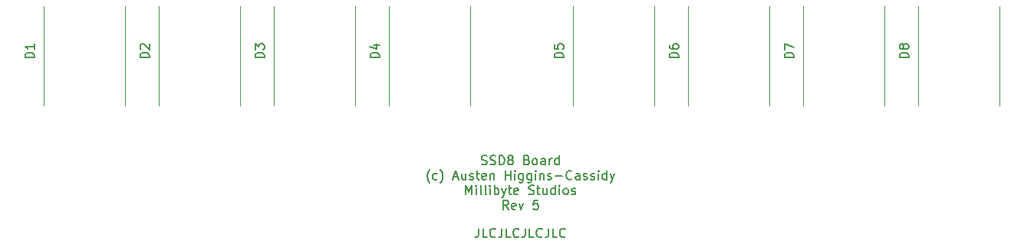
<source format=gbr>
%TF.GenerationSoftware,KiCad,Pcbnew,(5.1.8)-1*%
%TF.CreationDate,2021-01-26T11:35:07-05:00*%
%TF.ProjectId,SSD8_Row,53534438-5f52-46f7-972e-6b696361645f,rev?*%
%TF.SameCoordinates,Original*%
%TF.FileFunction,Legend,Top*%
%TF.FilePolarity,Positive*%
%FSLAX46Y46*%
G04 Gerber Fmt 4.6, Leading zero omitted, Abs format (unit mm)*
G04 Created by KiCad (PCBNEW (5.1.8)-1) date 2021-01-26 11:35:07*
%MOMM*%
%LPD*%
G01*
G04 APERTURE LIST*
%ADD10C,0.150000*%
%ADD11C,0.120000*%
G04 APERTURE END LIST*
D10*
X74120952Y-42632380D02*
X74120952Y-43346666D01*
X74073333Y-43489523D01*
X73978095Y-43584761D01*
X73835238Y-43632380D01*
X73740000Y-43632380D01*
X75073333Y-43632380D02*
X74597142Y-43632380D01*
X74597142Y-42632380D01*
X75978095Y-43537142D02*
X75930476Y-43584761D01*
X75787619Y-43632380D01*
X75692380Y-43632380D01*
X75549523Y-43584761D01*
X75454285Y-43489523D01*
X75406666Y-43394285D01*
X75359047Y-43203809D01*
X75359047Y-43060952D01*
X75406666Y-42870476D01*
X75454285Y-42775238D01*
X75549523Y-42680000D01*
X75692380Y-42632380D01*
X75787619Y-42632380D01*
X75930476Y-42680000D01*
X75978095Y-42727619D01*
X76692380Y-42632380D02*
X76692380Y-43346666D01*
X76644761Y-43489523D01*
X76549523Y-43584761D01*
X76406666Y-43632380D01*
X76311428Y-43632380D01*
X77644761Y-43632380D02*
X77168571Y-43632380D01*
X77168571Y-42632380D01*
X78549523Y-43537142D02*
X78501904Y-43584761D01*
X78359047Y-43632380D01*
X78263809Y-43632380D01*
X78120952Y-43584761D01*
X78025714Y-43489523D01*
X77978095Y-43394285D01*
X77930476Y-43203809D01*
X77930476Y-43060952D01*
X77978095Y-42870476D01*
X78025714Y-42775238D01*
X78120952Y-42680000D01*
X78263809Y-42632380D01*
X78359047Y-42632380D01*
X78501904Y-42680000D01*
X78549523Y-42727619D01*
X79263809Y-42632380D02*
X79263809Y-43346666D01*
X79216190Y-43489523D01*
X79120952Y-43584761D01*
X78978095Y-43632380D01*
X78882857Y-43632380D01*
X80216190Y-43632380D02*
X79740000Y-43632380D01*
X79740000Y-42632380D01*
X81120952Y-43537142D02*
X81073333Y-43584761D01*
X80930476Y-43632380D01*
X80835238Y-43632380D01*
X80692380Y-43584761D01*
X80597142Y-43489523D01*
X80549523Y-43394285D01*
X80501904Y-43203809D01*
X80501904Y-43060952D01*
X80549523Y-42870476D01*
X80597142Y-42775238D01*
X80692380Y-42680000D01*
X80835238Y-42632380D01*
X80930476Y-42632380D01*
X81073333Y-42680000D01*
X81120952Y-42727619D01*
X81835238Y-42632380D02*
X81835238Y-43346666D01*
X81787619Y-43489523D01*
X81692380Y-43584761D01*
X81549523Y-43632380D01*
X81454285Y-43632380D01*
X82787619Y-43632380D02*
X82311428Y-43632380D01*
X82311428Y-42632380D01*
X83692380Y-43537142D02*
X83644761Y-43584761D01*
X83501904Y-43632380D01*
X83406666Y-43632380D01*
X83263809Y-43584761D01*
X83168571Y-43489523D01*
X83120952Y-43394285D01*
X83073333Y-43203809D01*
X83073333Y-43060952D01*
X83120952Y-42870476D01*
X83168571Y-42775238D01*
X83263809Y-42680000D01*
X83406666Y-42632380D01*
X83501904Y-42632380D01*
X83644761Y-42680000D01*
X83692380Y-42727619D01*
X74454285Y-35521761D02*
X74597142Y-35569380D01*
X74835238Y-35569380D01*
X74930476Y-35521761D01*
X74978095Y-35474142D01*
X75025714Y-35378904D01*
X75025714Y-35283666D01*
X74978095Y-35188428D01*
X74930476Y-35140809D01*
X74835238Y-35093190D01*
X74644761Y-35045571D01*
X74549523Y-34997952D01*
X74501904Y-34950333D01*
X74454285Y-34855095D01*
X74454285Y-34759857D01*
X74501904Y-34664619D01*
X74549523Y-34617000D01*
X74644761Y-34569380D01*
X74882857Y-34569380D01*
X75025714Y-34617000D01*
X75406666Y-35521761D02*
X75549523Y-35569380D01*
X75787619Y-35569380D01*
X75882857Y-35521761D01*
X75930476Y-35474142D01*
X75978095Y-35378904D01*
X75978095Y-35283666D01*
X75930476Y-35188428D01*
X75882857Y-35140809D01*
X75787619Y-35093190D01*
X75597142Y-35045571D01*
X75501904Y-34997952D01*
X75454285Y-34950333D01*
X75406666Y-34855095D01*
X75406666Y-34759857D01*
X75454285Y-34664619D01*
X75501904Y-34617000D01*
X75597142Y-34569380D01*
X75835238Y-34569380D01*
X75978095Y-34617000D01*
X76406666Y-35569380D02*
X76406666Y-34569380D01*
X76644761Y-34569380D01*
X76787619Y-34617000D01*
X76882857Y-34712238D01*
X76930476Y-34807476D01*
X76978095Y-34997952D01*
X76978095Y-35140809D01*
X76930476Y-35331285D01*
X76882857Y-35426523D01*
X76787619Y-35521761D01*
X76644761Y-35569380D01*
X76406666Y-35569380D01*
X77549523Y-34997952D02*
X77454285Y-34950333D01*
X77406666Y-34902714D01*
X77359047Y-34807476D01*
X77359047Y-34759857D01*
X77406666Y-34664619D01*
X77454285Y-34617000D01*
X77549523Y-34569380D01*
X77740000Y-34569380D01*
X77835238Y-34617000D01*
X77882857Y-34664619D01*
X77930476Y-34759857D01*
X77930476Y-34807476D01*
X77882857Y-34902714D01*
X77835238Y-34950333D01*
X77740000Y-34997952D01*
X77549523Y-34997952D01*
X77454285Y-35045571D01*
X77406666Y-35093190D01*
X77359047Y-35188428D01*
X77359047Y-35378904D01*
X77406666Y-35474142D01*
X77454285Y-35521761D01*
X77549523Y-35569380D01*
X77740000Y-35569380D01*
X77835238Y-35521761D01*
X77882857Y-35474142D01*
X77930476Y-35378904D01*
X77930476Y-35188428D01*
X77882857Y-35093190D01*
X77835238Y-35045571D01*
X77740000Y-34997952D01*
X79454285Y-35045571D02*
X79597142Y-35093190D01*
X79644761Y-35140809D01*
X79692380Y-35236047D01*
X79692380Y-35378904D01*
X79644761Y-35474142D01*
X79597142Y-35521761D01*
X79501904Y-35569380D01*
X79120952Y-35569380D01*
X79120952Y-34569380D01*
X79454285Y-34569380D01*
X79549523Y-34617000D01*
X79597142Y-34664619D01*
X79644761Y-34759857D01*
X79644761Y-34855095D01*
X79597142Y-34950333D01*
X79549523Y-34997952D01*
X79454285Y-35045571D01*
X79120952Y-35045571D01*
X80263809Y-35569380D02*
X80168571Y-35521761D01*
X80120952Y-35474142D01*
X80073333Y-35378904D01*
X80073333Y-35093190D01*
X80120952Y-34997952D01*
X80168571Y-34950333D01*
X80263809Y-34902714D01*
X80406666Y-34902714D01*
X80501904Y-34950333D01*
X80549523Y-34997952D01*
X80597142Y-35093190D01*
X80597142Y-35378904D01*
X80549523Y-35474142D01*
X80501904Y-35521761D01*
X80406666Y-35569380D01*
X80263809Y-35569380D01*
X81454285Y-35569380D02*
X81454285Y-35045571D01*
X81406666Y-34950333D01*
X81311428Y-34902714D01*
X81120952Y-34902714D01*
X81025714Y-34950333D01*
X81454285Y-35521761D02*
X81359047Y-35569380D01*
X81120952Y-35569380D01*
X81025714Y-35521761D01*
X80978095Y-35426523D01*
X80978095Y-35331285D01*
X81025714Y-35236047D01*
X81120952Y-35188428D01*
X81359047Y-35188428D01*
X81454285Y-35140809D01*
X81930476Y-35569380D02*
X81930476Y-34902714D01*
X81930476Y-35093190D02*
X81978095Y-34997952D01*
X82025714Y-34950333D01*
X82120952Y-34902714D01*
X82216190Y-34902714D01*
X82978095Y-35569380D02*
X82978095Y-34569380D01*
X82978095Y-35521761D02*
X82882857Y-35569380D01*
X82692380Y-35569380D01*
X82597142Y-35521761D01*
X82549523Y-35474142D01*
X82501904Y-35378904D01*
X82501904Y-35093190D01*
X82549523Y-34997952D01*
X82597142Y-34950333D01*
X82692380Y-34902714D01*
X82882857Y-34902714D01*
X82978095Y-34950333D01*
X68740000Y-37600333D02*
X68692380Y-37552714D01*
X68597142Y-37409857D01*
X68549523Y-37314619D01*
X68501904Y-37171761D01*
X68454285Y-36933666D01*
X68454285Y-36743190D01*
X68501904Y-36505095D01*
X68549523Y-36362238D01*
X68597142Y-36267000D01*
X68692380Y-36124142D01*
X68740000Y-36076523D01*
X69549523Y-37171761D02*
X69454285Y-37219380D01*
X69263809Y-37219380D01*
X69168571Y-37171761D01*
X69120952Y-37124142D01*
X69073333Y-37028904D01*
X69073333Y-36743190D01*
X69120952Y-36647952D01*
X69168571Y-36600333D01*
X69263809Y-36552714D01*
X69454285Y-36552714D01*
X69549523Y-36600333D01*
X69882857Y-37600333D02*
X69930476Y-37552714D01*
X70025714Y-37409857D01*
X70073333Y-37314619D01*
X70120952Y-37171761D01*
X70168571Y-36933666D01*
X70168571Y-36743190D01*
X70120952Y-36505095D01*
X70073333Y-36362238D01*
X70025714Y-36267000D01*
X69930476Y-36124142D01*
X69882857Y-36076523D01*
X71359047Y-36933666D02*
X71835238Y-36933666D01*
X71263809Y-37219380D02*
X71597142Y-36219380D01*
X71930476Y-37219380D01*
X72692380Y-36552714D02*
X72692380Y-37219380D01*
X72263809Y-36552714D02*
X72263809Y-37076523D01*
X72311428Y-37171761D01*
X72406666Y-37219380D01*
X72549523Y-37219380D01*
X72644761Y-37171761D01*
X72692380Y-37124142D01*
X73120952Y-37171761D02*
X73216190Y-37219380D01*
X73406666Y-37219380D01*
X73501904Y-37171761D01*
X73549523Y-37076523D01*
X73549523Y-37028904D01*
X73501904Y-36933666D01*
X73406666Y-36886047D01*
X73263809Y-36886047D01*
X73168571Y-36838428D01*
X73120952Y-36743190D01*
X73120952Y-36695571D01*
X73168571Y-36600333D01*
X73263809Y-36552714D01*
X73406666Y-36552714D01*
X73501904Y-36600333D01*
X73835238Y-36552714D02*
X74216190Y-36552714D01*
X73978095Y-36219380D02*
X73978095Y-37076523D01*
X74025714Y-37171761D01*
X74120952Y-37219380D01*
X74216190Y-37219380D01*
X74930476Y-37171761D02*
X74835238Y-37219380D01*
X74644761Y-37219380D01*
X74549523Y-37171761D01*
X74501904Y-37076523D01*
X74501904Y-36695571D01*
X74549523Y-36600333D01*
X74644761Y-36552714D01*
X74835238Y-36552714D01*
X74930476Y-36600333D01*
X74978095Y-36695571D01*
X74978095Y-36790809D01*
X74501904Y-36886047D01*
X75406666Y-36552714D02*
X75406666Y-37219380D01*
X75406666Y-36647952D02*
X75454285Y-36600333D01*
X75549523Y-36552714D01*
X75692380Y-36552714D01*
X75787619Y-36600333D01*
X75835238Y-36695571D01*
X75835238Y-37219380D01*
X77073333Y-37219380D02*
X77073333Y-36219380D01*
X77073333Y-36695571D02*
X77644761Y-36695571D01*
X77644761Y-37219380D02*
X77644761Y-36219380D01*
X78120952Y-37219380D02*
X78120952Y-36552714D01*
X78120952Y-36219380D02*
X78073333Y-36267000D01*
X78120952Y-36314619D01*
X78168571Y-36267000D01*
X78120952Y-36219380D01*
X78120952Y-36314619D01*
X79025714Y-36552714D02*
X79025714Y-37362238D01*
X78978095Y-37457476D01*
X78930476Y-37505095D01*
X78835238Y-37552714D01*
X78692380Y-37552714D01*
X78597142Y-37505095D01*
X79025714Y-37171761D02*
X78930476Y-37219380D01*
X78740000Y-37219380D01*
X78644761Y-37171761D01*
X78597142Y-37124142D01*
X78549523Y-37028904D01*
X78549523Y-36743190D01*
X78597142Y-36647952D01*
X78644761Y-36600333D01*
X78740000Y-36552714D01*
X78930476Y-36552714D01*
X79025714Y-36600333D01*
X79930476Y-36552714D02*
X79930476Y-37362238D01*
X79882857Y-37457476D01*
X79835238Y-37505095D01*
X79740000Y-37552714D01*
X79597142Y-37552714D01*
X79501904Y-37505095D01*
X79930476Y-37171761D02*
X79835238Y-37219380D01*
X79644761Y-37219380D01*
X79549523Y-37171761D01*
X79501904Y-37124142D01*
X79454285Y-37028904D01*
X79454285Y-36743190D01*
X79501904Y-36647952D01*
X79549523Y-36600333D01*
X79644761Y-36552714D01*
X79835238Y-36552714D01*
X79930476Y-36600333D01*
X80406666Y-37219380D02*
X80406666Y-36552714D01*
X80406666Y-36219380D02*
X80359047Y-36267000D01*
X80406666Y-36314619D01*
X80454285Y-36267000D01*
X80406666Y-36219380D01*
X80406666Y-36314619D01*
X80882857Y-36552714D02*
X80882857Y-37219380D01*
X80882857Y-36647952D02*
X80930476Y-36600333D01*
X81025714Y-36552714D01*
X81168571Y-36552714D01*
X81263809Y-36600333D01*
X81311428Y-36695571D01*
X81311428Y-37219380D01*
X81740000Y-37171761D02*
X81835238Y-37219380D01*
X82025714Y-37219380D01*
X82120952Y-37171761D01*
X82168571Y-37076523D01*
X82168571Y-37028904D01*
X82120952Y-36933666D01*
X82025714Y-36886047D01*
X81882857Y-36886047D01*
X81787619Y-36838428D01*
X81740000Y-36743190D01*
X81740000Y-36695571D01*
X81787619Y-36600333D01*
X81882857Y-36552714D01*
X82025714Y-36552714D01*
X82120952Y-36600333D01*
X82597142Y-36838428D02*
X83359047Y-36838428D01*
X84406666Y-37124142D02*
X84359047Y-37171761D01*
X84216190Y-37219380D01*
X84120952Y-37219380D01*
X83978095Y-37171761D01*
X83882857Y-37076523D01*
X83835238Y-36981285D01*
X83787619Y-36790809D01*
X83787619Y-36647952D01*
X83835238Y-36457476D01*
X83882857Y-36362238D01*
X83978095Y-36267000D01*
X84120952Y-36219380D01*
X84216190Y-36219380D01*
X84359047Y-36267000D01*
X84406666Y-36314619D01*
X85263809Y-37219380D02*
X85263809Y-36695571D01*
X85216190Y-36600333D01*
X85120952Y-36552714D01*
X84930476Y-36552714D01*
X84835238Y-36600333D01*
X85263809Y-37171761D02*
X85168571Y-37219380D01*
X84930476Y-37219380D01*
X84835238Y-37171761D01*
X84787619Y-37076523D01*
X84787619Y-36981285D01*
X84835238Y-36886047D01*
X84930476Y-36838428D01*
X85168571Y-36838428D01*
X85263809Y-36790809D01*
X85692380Y-37171761D02*
X85787619Y-37219380D01*
X85978095Y-37219380D01*
X86073333Y-37171761D01*
X86120952Y-37076523D01*
X86120952Y-37028904D01*
X86073333Y-36933666D01*
X85978095Y-36886047D01*
X85835238Y-36886047D01*
X85740000Y-36838428D01*
X85692380Y-36743190D01*
X85692380Y-36695571D01*
X85740000Y-36600333D01*
X85835238Y-36552714D01*
X85978095Y-36552714D01*
X86073333Y-36600333D01*
X86501904Y-37171761D02*
X86597142Y-37219380D01*
X86787619Y-37219380D01*
X86882857Y-37171761D01*
X86930476Y-37076523D01*
X86930476Y-37028904D01*
X86882857Y-36933666D01*
X86787619Y-36886047D01*
X86644761Y-36886047D01*
X86549523Y-36838428D01*
X86501904Y-36743190D01*
X86501904Y-36695571D01*
X86549523Y-36600333D01*
X86644761Y-36552714D01*
X86787619Y-36552714D01*
X86882857Y-36600333D01*
X87359047Y-37219380D02*
X87359047Y-36552714D01*
X87359047Y-36219380D02*
X87311428Y-36267000D01*
X87359047Y-36314619D01*
X87406666Y-36267000D01*
X87359047Y-36219380D01*
X87359047Y-36314619D01*
X88263809Y-37219380D02*
X88263809Y-36219380D01*
X88263809Y-37171761D02*
X88168571Y-37219380D01*
X87978095Y-37219380D01*
X87882857Y-37171761D01*
X87835238Y-37124142D01*
X87787619Y-37028904D01*
X87787619Y-36743190D01*
X87835238Y-36647952D01*
X87882857Y-36600333D01*
X87978095Y-36552714D01*
X88168571Y-36552714D01*
X88263809Y-36600333D01*
X88644761Y-36552714D02*
X88882857Y-37219380D01*
X89120952Y-36552714D02*
X88882857Y-37219380D01*
X88787619Y-37457476D01*
X88740000Y-37505095D01*
X88644761Y-37552714D01*
X72716190Y-38869380D02*
X72716190Y-37869380D01*
X73049523Y-38583666D01*
X73382857Y-37869380D01*
X73382857Y-38869380D01*
X73859047Y-38869380D02*
X73859047Y-38202714D01*
X73859047Y-37869380D02*
X73811428Y-37917000D01*
X73859047Y-37964619D01*
X73906666Y-37917000D01*
X73859047Y-37869380D01*
X73859047Y-37964619D01*
X74478095Y-38869380D02*
X74382857Y-38821761D01*
X74335238Y-38726523D01*
X74335238Y-37869380D01*
X75001904Y-38869380D02*
X74906666Y-38821761D01*
X74859047Y-38726523D01*
X74859047Y-37869380D01*
X75382857Y-38869380D02*
X75382857Y-38202714D01*
X75382857Y-37869380D02*
X75335238Y-37917000D01*
X75382857Y-37964619D01*
X75430476Y-37917000D01*
X75382857Y-37869380D01*
X75382857Y-37964619D01*
X75859047Y-38869380D02*
X75859047Y-37869380D01*
X75859047Y-38250333D02*
X75954285Y-38202714D01*
X76144761Y-38202714D01*
X76240000Y-38250333D01*
X76287619Y-38297952D01*
X76335238Y-38393190D01*
X76335238Y-38678904D01*
X76287619Y-38774142D01*
X76240000Y-38821761D01*
X76144761Y-38869380D01*
X75954285Y-38869380D01*
X75859047Y-38821761D01*
X76668571Y-38202714D02*
X76906666Y-38869380D01*
X77144761Y-38202714D02*
X76906666Y-38869380D01*
X76811428Y-39107476D01*
X76763809Y-39155095D01*
X76668571Y-39202714D01*
X77382857Y-38202714D02*
X77763809Y-38202714D01*
X77525714Y-37869380D02*
X77525714Y-38726523D01*
X77573333Y-38821761D01*
X77668571Y-38869380D01*
X77763809Y-38869380D01*
X78478095Y-38821761D02*
X78382857Y-38869380D01*
X78192380Y-38869380D01*
X78097142Y-38821761D01*
X78049523Y-38726523D01*
X78049523Y-38345571D01*
X78097142Y-38250333D01*
X78192380Y-38202714D01*
X78382857Y-38202714D01*
X78478095Y-38250333D01*
X78525714Y-38345571D01*
X78525714Y-38440809D01*
X78049523Y-38536047D01*
X79668571Y-38821761D02*
X79811428Y-38869380D01*
X80049523Y-38869380D01*
X80144761Y-38821761D01*
X80192380Y-38774142D01*
X80240000Y-38678904D01*
X80240000Y-38583666D01*
X80192380Y-38488428D01*
X80144761Y-38440809D01*
X80049523Y-38393190D01*
X79859047Y-38345571D01*
X79763809Y-38297952D01*
X79716190Y-38250333D01*
X79668571Y-38155095D01*
X79668571Y-38059857D01*
X79716190Y-37964619D01*
X79763809Y-37917000D01*
X79859047Y-37869380D01*
X80097142Y-37869380D01*
X80240000Y-37917000D01*
X80525714Y-38202714D02*
X80906666Y-38202714D01*
X80668571Y-37869380D02*
X80668571Y-38726523D01*
X80716190Y-38821761D01*
X80811428Y-38869380D01*
X80906666Y-38869380D01*
X81668571Y-38202714D02*
X81668571Y-38869380D01*
X81240000Y-38202714D02*
X81240000Y-38726523D01*
X81287619Y-38821761D01*
X81382857Y-38869380D01*
X81525714Y-38869380D01*
X81620952Y-38821761D01*
X81668571Y-38774142D01*
X82573333Y-38869380D02*
X82573333Y-37869380D01*
X82573333Y-38821761D02*
X82478095Y-38869380D01*
X82287619Y-38869380D01*
X82192380Y-38821761D01*
X82144761Y-38774142D01*
X82097142Y-38678904D01*
X82097142Y-38393190D01*
X82144761Y-38297952D01*
X82192380Y-38250333D01*
X82287619Y-38202714D01*
X82478095Y-38202714D01*
X82573333Y-38250333D01*
X83049523Y-38869380D02*
X83049523Y-38202714D01*
X83049523Y-37869380D02*
X83001904Y-37917000D01*
X83049523Y-37964619D01*
X83097142Y-37917000D01*
X83049523Y-37869380D01*
X83049523Y-37964619D01*
X83668571Y-38869380D02*
X83573333Y-38821761D01*
X83525714Y-38774142D01*
X83478095Y-38678904D01*
X83478095Y-38393190D01*
X83525714Y-38297952D01*
X83573333Y-38250333D01*
X83668571Y-38202714D01*
X83811428Y-38202714D01*
X83906666Y-38250333D01*
X83954285Y-38297952D01*
X84001904Y-38393190D01*
X84001904Y-38678904D01*
X83954285Y-38774142D01*
X83906666Y-38821761D01*
X83811428Y-38869380D01*
X83668571Y-38869380D01*
X84382857Y-38821761D02*
X84478095Y-38869380D01*
X84668571Y-38869380D01*
X84763809Y-38821761D01*
X84811428Y-38726523D01*
X84811428Y-38678904D01*
X84763809Y-38583666D01*
X84668571Y-38536047D01*
X84525714Y-38536047D01*
X84430476Y-38488428D01*
X84382857Y-38393190D01*
X84382857Y-38345571D01*
X84430476Y-38250333D01*
X84525714Y-38202714D01*
X84668571Y-38202714D01*
X84763809Y-38250333D01*
X77382857Y-40519380D02*
X77049523Y-40043190D01*
X76811428Y-40519380D02*
X76811428Y-39519380D01*
X77192380Y-39519380D01*
X77287619Y-39567000D01*
X77335238Y-39614619D01*
X77382857Y-39709857D01*
X77382857Y-39852714D01*
X77335238Y-39947952D01*
X77287619Y-39995571D01*
X77192380Y-40043190D01*
X76811428Y-40043190D01*
X78192380Y-40471761D02*
X78097142Y-40519380D01*
X77906666Y-40519380D01*
X77811428Y-40471761D01*
X77763809Y-40376523D01*
X77763809Y-39995571D01*
X77811428Y-39900333D01*
X77906666Y-39852714D01*
X78097142Y-39852714D01*
X78192380Y-39900333D01*
X78240000Y-39995571D01*
X78240000Y-40090809D01*
X77763809Y-40186047D01*
X78573333Y-39852714D02*
X78811428Y-40519380D01*
X79049523Y-39852714D01*
X80668571Y-39519380D02*
X80192380Y-39519380D01*
X80144761Y-39995571D01*
X80192380Y-39947952D01*
X80287619Y-39900333D01*
X80525714Y-39900333D01*
X80620952Y-39947952D01*
X80668571Y-39995571D01*
X80716190Y-40090809D01*
X80716190Y-40328904D01*
X80668571Y-40424142D01*
X80620952Y-40471761D01*
X80525714Y-40519380D01*
X80287619Y-40519380D01*
X80192380Y-40471761D01*
X80144761Y-40424142D01*
D11*
%TO.C,D4*%
X73207000Y-28995000D02*
X73207000Y-17995000D01*
X64207000Y-28995000D02*
X64207000Y-17995000D01*
%TO.C,D1*%
X35107000Y-28995000D02*
X35107000Y-17995000D01*
X26107000Y-28995000D02*
X26107000Y-17995000D01*
%TO.C,D5*%
X93527000Y-28995000D02*
X93527000Y-17995000D01*
X84527000Y-28995000D02*
X84527000Y-17995000D01*
%TO.C,D2*%
X38807000Y-28995000D02*
X38807000Y-17995000D01*
X47807000Y-28995000D02*
X47807000Y-17995000D01*
%TO.C,D6*%
X97227000Y-28995000D02*
X97227000Y-17995000D01*
X106227000Y-28995000D02*
X106227000Y-17995000D01*
%TO.C,D3*%
X51507000Y-28995000D02*
X51507000Y-17995000D01*
X60507000Y-28995000D02*
X60507000Y-17995000D01*
%TO.C,D7*%
X109927000Y-28995000D02*
X109927000Y-17995000D01*
X118927000Y-28995000D02*
X118927000Y-17995000D01*
%TO.C,D8*%
X131627000Y-28995000D02*
X131627000Y-17995000D01*
X122627000Y-28995000D02*
X122627000Y-17995000D01*
%TO.C,D4*%
D10*
X63159380Y-23733095D02*
X62159380Y-23733095D01*
X62159380Y-23495000D01*
X62207000Y-23352142D01*
X62302238Y-23256904D01*
X62397476Y-23209285D01*
X62587952Y-23161666D01*
X62730809Y-23161666D01*
X62921285Y-23209285D01*
X63016523Y-23256904D01*
X63111761Y-23352142D01*
X63159380Y-23495000D01*
X63159380Y-23733095D01*
X62492714Y-22304523D02*
X63159380Y-22304523D01*
X62111761Y-22542619D02*
X62826047Y-22780714D01*
X62826047Y-22161666D01*
%TO.C,D1*%
X25059380Y-23733095D02*
X24059380Y-23733095D01*
X24059380Y-23495000D01*
X24107000Y-23352142D01*
X24202238Y-23256904D01*
X24297476Y-23209285D01*
X24487952Y-23161666D01*
X24630809Y-23161666D01*
X24821285Y-23209285D01*
X24916523Y-23256904D01*
X25011761Y-23352142D01*
X25059380Y-23495000D01*
X25059380Y-23733095D01*
X25059380Y-22209285D02*
X25059380Y-22780714D01*
X25059380Y-22495000D02*
X24059380Y-22495000D01*
X24202238Y-22590238D01*
X24297476Y-22685476D01*
X24345095Y-22780714D01*
%TO.C,D5*%
X83479380Y-23733095D02*
X82479380Y-23733095D01*
X82479380Y-23495000D01*
X82527000Y-23352142D01*
X82622238Y-23256904D01*
X82717476Y-23209285D01*
X82907952Y-23161666D01*
X83050809Y-23161666D01*
X83241285Y-23209285D01*
X83336523Y-23256904D01*
X83431761Y-23352142D01*
X83479380Y-23495000D01*
X83479380Y-23733095D01*
X82479380Y-22256904D02*
X82479380Y-22733095D01*
X82955571Y-22780714D01*
X82907952Y-22733095D01*
X82860333Y-22637857D01*
X82860333Y-22399761D01*
X82907952Y-22304523D01*
X82955571Y-22256904D01*
X83050809Y-22209285D01*
X83288904Y-22209285D01*
X83384142Y-22256904D01*
X83431761Y-22304523D01*
X83479380Y-22399761D01*
X83479380Y-22637857D01*
X83431761Y-22733095D01*
X83384142Y-22780714D01*
%TO.C,D2*%
X37759380Y-23733095D02*
X36759380Y-23733095D01*
X36759380Y-23495000D01*
X36807000Y-23352142D01*
X36902238Y-23256904D01*
X36997476Y-23209285D01*
X37187952Y-23161666D01*
X37330809Y-23161666D01*
X37521285Y-23209285D01*
X37616523Y-23256904D01*
X37711761Y-23352142D01*
X37759380Y-23495000D01*
X37759380Y-23733095D01*
X36854619Y-22780714D02*
X36807000Y-22733095D01*
X36759380Y-22637857D01*
X36759380Y-22399761D01*
X36807000Y-22304523D01*
X36854619Y-22256904D01*
X36949857Y-22209285D01*
X37045095Y-22209285D01*
X37187952Y-22256904D01*
X37759380Y-22828333D01*
X37759380Y-22209285D01*
%TO.C,D6*%
X96179380Y-23733095D02*
X95179380Y-23733095D01*
X95179380Y-23495000D01*
X95227000Y-23352142D01*
X95322238Y-23256904D01*
X95417476Y-23209285D01*
X95607952Y-23161666D01*
X95750809Y-23161666D01*
X95941285Y-23209285D01*
X96036523Y-23256904D01*
X96131761Y-23352142D01*
X96179380Y-23495000D01*
X96179380Y-23733095D01*
X95179380Y-22304523D02*
X95179380Y-22495000D01*
X95227000Y-22590238D01*
X95274619Y-22637857D01*
X95417476Y-22733095D01*
X95607952Y-22780714D01*
X95988904Y-22780714D01*
X96084142Y-22733095D01*
X96131761Y-22685476D01*
X96179380Y-22590238D01*
X96179380Y-22399761D01*
X96131761Y-22304523D01*
X96084142Y-22256904D01*
X95988904Y-22209285D01*
X95750809Y-22209285D01*
X95655571Y-22256904D01*
X95607952Y-22304523D01*
X95560333Y-22399761D01*
X95560333Y-22590238D01*
X95607952Y-22685476D01*
X95655571Y-22733095D01*
X95750809Y-22780714D01*
%TO.C,D3*%
X50459380Y-23733095D02*
X49459380Y-23733095D01*
X49459380Y-23495000D01*
X49507000Y-23352142D01*
X49602238Y-23256904D01*
X49697476Y-23209285D01*
X49887952Y-23161666D01*
X50030809Y-23161666D01*
X50221285Y-23209285D01*
X50316523Y-23256904D01*
X50411761Y-23352142D01*
X50459380Y-23495000D01*
X50459380Y-23733095D01*
X49459380Y-22828333D02*
X49459380Y-22209285D01*
X49840333Y-22542619D01*
X49840333Y-22399761D01*
X49887952Y-22304523D01*
X49935571Y-22256904D01*
X50030809Y-22209285D01*
X50268904Y-22209285D01*
X50364142Y-22256904D01*
X50411761Y-22304523D01*
X50459380Y-22399761D01*
X50459380Y-22685476D01*
X50411761Y-22780714D01*
X50364142Y-22828333D01*
%TO.C,D7*%
X108879380Y-23733095D02*
X107879380Y-23733095D01*
X107879380Y-23495000D01*
X107927000Y-23352142D01*
X108022238Y-23256904D01*
X108117476Y-23209285D01*
X108307952Y-23161666D01*
X108450809Y-23161666D01*
X108641285Y-23209285D01*
X108736523Y-23256904D01*
X108831761Y-23352142D01*
X108879380Y-23495000D01*
X108879380Y-23733095D01*
X107879380Y-22828333D02*
X107879380Y-22161666D01*
X108879380Y-22590238D01*
%TO.C,D8*%
X121579380Y-23733095D02*
X120579380Y-23733095D01*
X120579380Y-23495000D01*
X120627000Y-23352142D01*
X120722238Y-23256904D01*
X120817476Y-23209285D01*
X121007952Y-23161666D01*
X121150809Y-23161666D01*
X121341285Y-23209285D01*
X121436523Y-23256904D01*
X121531761Y-23352142D01*
X121579380Y-23495000D01*
X121579380Y-23733095D01*
X121007952Y-22590238D02*
X120960333Y-22685476D01*
X120912714Y-22733095D01*
X120817476Y-22780714D01*
X120769857Y-22780714D01*
X120674619Y-22733095D01*
X120627000Y-22685476D01*
X120579380Y-22590238D01*
X120579380Y-22399761D01*
X120627000Y-22304523D01*
X120674619Y-22256904D01*
X120769857Y-22209285D01*
X120817476Y-22209285D01*
X120912714Y-22256904D01*
X120960333Y-22304523D01*
X121007952Y-22399761D01*
X121007952Y-22590238D01*
X121055571Y-22685476D01*
X121103190Y-22733095D01*
X121198428Y-22780714D01*
X121388904Y-22780714D01*
X121484142Y-22733095D01*
X121531761Y-22685476D01*
X121579380Y-22590238D01*
X121579380Y-22399761D01*
X121531761Y-22304523D01*
X121484142Y-22256904D01*
X121388904Y-22209285D01*
X121198428Y-22209285D01*
X121103190Y-22256904D01*
X121055571Y-22304523D01*
X121007952Y-22399761D01*
%TD*%
M02*

</source>
